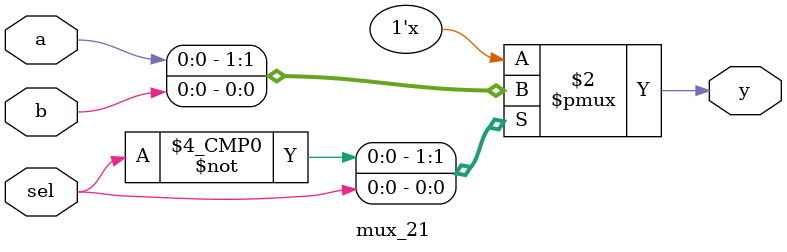
<source format=v>
module mux_21(sel,a,b,y);

    input sel;
	input a,b;
	output reg y;
	
	always @(*)
	begin
	
	   case(sel)
	   1'b0 : y = a;
	   1'b1 : y = b;
	   default : y = 0;
	   endcase
	
    end

endmodule	

</source>
